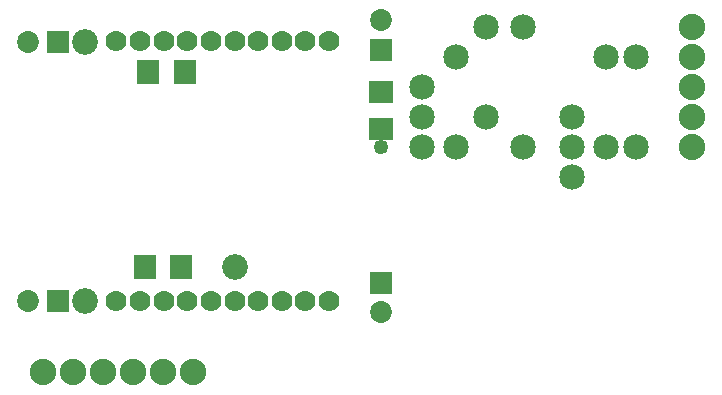
<source format=gts>
G04 MADE WITH FRITZING*
G04 WWW.FRITZING.ORG*
G04 DOUBLE SIDED*
G04 HOLES PLATED*
G04 CONTOUR ON CENTER OF CONTOUR VECTOR*
%ASAXBY*%
%FSLAX23Y23*%
%MOIN*%
%OFA0B0*%
%SFA1.0B1.0*%
%ADD10C,0.088000*%
%ADD11C,0.085000*%
%ADD12C,0.049370*%
%ADD13C,0.072992*%
%ADD14C,0.070000*%
%ADD15C,0.085433*%
%ADD16R,0.072992X0.084803*%
%ADD17R,0.084803X0.072992*%
%ADD18R,0.072992X0.072992*%
%LNMASK1*%
G90*
G70*
G54D10*
X2434Y1265D03*
X2434Y1165D03*
X2434Y1065D03*
X2434Y965D03*
X2434Y865D03*
G54D11*
X2034Y965D03*
X2034Y865D03*
X2034Y765D03*
X1534Y1065D03*
X1534Y965D03*
X1534Y865D03*
X1746Y965D03*
X1746Y1265D03*
X1646Y865D03*
X1646Y1165D03*
X2246Y865D03*
X2246Y1165D03*
X2146Y865D03*
X2146Y1165D03*
X1871Y865D03*
X1871Y1265D03*
G54D12*
X1396Y865D03*
G54D10*
X271Y115D03*
X371Y115D03*
X471Y115D03*
X571Y115D03*
X671Y115D03*
X771Y115D03*
G54D13*
X320Y1215D03*
X221Y1215D03*
X320Y352D03*
X221Y352D03*
X1396Y1191D03*
X1396Y1290D03*
X1396Y413D03*
X1396Y315D03*
G54D14*
X1224Y352D03*
X1145Y352D03*
X1066Y352D03*
X988Y352D03*
X909Y352D03*
X830Y352D03*
X751Y352D03*
X673Y352D03*
X594Y352D03*
X515Y352D03*
X1224Y1218D03*
X1145Y1218D03*
X1066Y1218D03*
X988Y1218D03*
X909Y1218D03*
X830Y1218D03*
X751Y1218D03*
X673Y1218D03*
X594Y1218D03*
X515Y1218D03*
X1224Y352D03*
X1145Y352D03*
X1066Y352D03*
X988Y352D03*
X909Y352D03*
X830Y352D03*
X751Y352D03*
X673Y352D03*
X594Y352D03*
X515Y352D03*
X1224Y1218D03*
X1145Y1218D03*
X1066Y1218D03*
X988Y1218D03*
X909Y1218D03*
X830Y1218D03*
X751Y1218D03*
X673Y1218D03*
X594Y1218D03*
X515Y1218D03*
G54D15*
X409Y1215D03*
X409Y352D03*
X909Y465D03*
G54D16*
X609Y465D03*
X731Y465D03*
G54D17*
X1396Y1049D03*
X1396Y927D03*
G54D18*
X320Y1215D03*
X320Y352D03*
X1396Y1191D03*
X1396Y413D03*
G54D16*
X621Y1115D03*
X743Y1115D03*
G04 End of Mask1*
M02*
</source>
